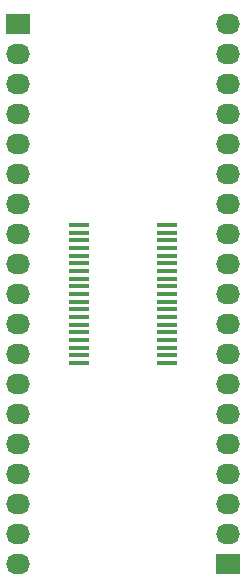
<source format=gts>
G04 #@! TF.FileFunction,Soldermask,Top*
%FSLAX46Y46*%
G04 Gerber Fmt 4.6, Leading zero omitted, Abs format (unit mm)*
G04 Created by KiCad (PCBNEW (2015-02-18 BZR 5431)-product) date Sat Mar 14 17:37:27 2015*
%MOMM*%
G01*
G04 APERTURE LIST*
%ADD10C,0.100000*%
%ADD11R,2.032000X1.727200*%
%ADD12O,2.032000X1.727200*%
%ADD13R,1.800000X0.300000*%
G04 APERTURE END LIST*
D10*
D11*
X118364000Y-142049500D03*
D12*
X118364000Y-139509500D03*
X118364000Y-136969500D03*
X118364000Y-134429500D03*
X118364000Y-131889500D03*
X118364000Y-129349500D03*
X118364000Y-126809500D03*
X118364000Y-124269500D03*
X118364000Y-121729500D03*
X118364000Y-119189500D03*
X118364000Y-116649500D03*
X118364000Y-114109500D03*
X118364000Y-111569500D03*
X118364000Y-109029500D03*
X118364000Y-106489500D03*
X118364000Y-103949500D03*
X118364000Y-101409500D03*
X118364000Y-98869500D03*
X118364000Y-96329500D03*
D11*
X100584000Y-96329500D03*
D12*
X100584000Y-98869500D03*
X100584000Y-101409500D03*
X100584000Y-103949500D03*
X100584000Y-106489500D03*
X100584000Y-109029500D03*
X100584000Y-111569500D03*
X100584000Y-114109500D03*
X100584000Y-116649500D03*
X100584000Y-119189500D03*
X100584000Y-121729500D03*
X100584000Y-124269500D03*
X100584000Y-126809500D03*
X100584000Y-129349500D03*
X100584000Y-131889500D03*
X100584000Y-134429500D03*
X100584000Y-136969500D03*
X100584000Y-139509500D03*
X100584000Y-142049500D03*
D13*
X105770000Y-113355000D03*
X105770000Y-114005000D03*
X105770000Y-114655000D03*
X105770000Y-115305000D03*
X105770000Y-115955000D03*
X105770000Y-116605000D03*
X105770000Y-117255000D03*
X105770000Y-117905000D03*
X105770000Y-118555000D03*
X105770000Y-119205000D03*
X105770000Y-119855000D03*
X105770000Y-120505000D03*
X105770000Y-121155000D03*
X105770000Y-121805000D03*
X105770000Y-122455000D03*
X105770000Y-123105000D03*
X105770000Y-123755000D03*
X105770000Y-124405000D03*
X105770000Y-125055000D03*
X113170000Y-125055000D03*
X113170000Y-124405000D03*
X113170000Y-123755000D03*
X113170000Y-123105000D03*
X113170000Y-122455000D03*
X113170000Y-121805000D03*
X113170000Y-121155000D03*
X113170000Y-120505000D03*
X113170000Y-119855000D03*
X113170000Y-119205000D03*
X113170000Y-118555000D03*
X113170000Y-117905000D03*
X113170000Y-117255000D03*
X113170000Y-116605000D03*
X113170000Y-115955000D03*
X113170000Y-115305000D03*
X113170000Y-114655000D03*
X113170000Y-114005000D03*
X113170000Y-113355000D03*
M02*

</source>
